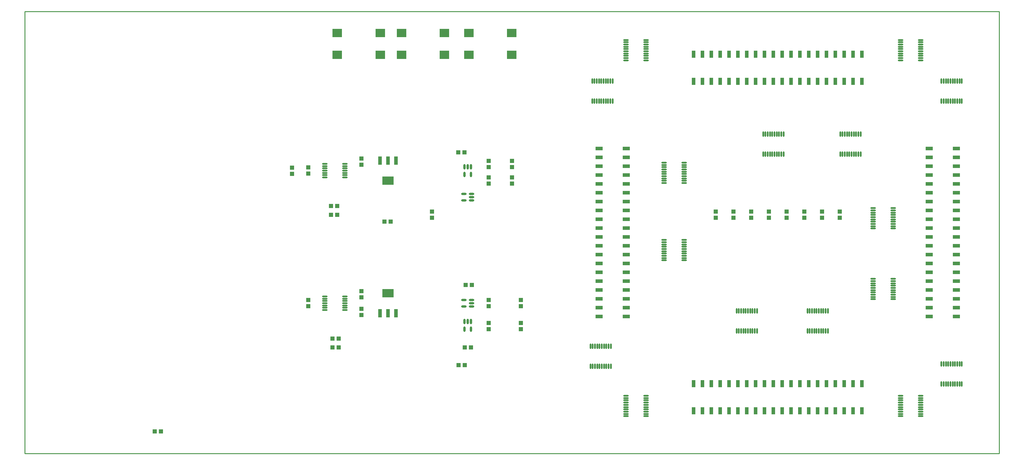
<source format=gtp>
G04 Layer_Color=8421504*
%FSLAX25Y25*%
%MOIN*%
G70*
G01*
G75*
%ADD10R,0.05000X0.05000*%
%ADD11R,0.03937X0.09449*%
%ADD12R,0.12598X0.09449*%
%ADD13O,0.02362X0.06102*%
%ADD14R,0.05000X0.05000*%
%ADD15O,0.06102X0.02362*%
%ADD16R,0.03937X0.07874*%
%ADD17R,0.07874X0.03937*%
%ADD18R,0.11024X0.09449*%
%ADD19O,0.06299X0.01772*%
%ADD20O,0.01772X0.06299*%
%ADD21O,0.06102X0.01772*%
%ADD22C,0.01000*%
D10*
X880000Y273500D02*
D03*
Y266500D02*
D03*
X860000Y273500D02*
D03*
Y266500D02*
D03*
X900000Y273500D02*
D03*
Y266500D02*
D03*
X820000Y273500D02*
D03*
Y266500D02*
D03*
X840000Y273500D02*
D03*
Y266500D02*
D03*
X920000Y273500D02*
D03*
Y266500D02*
D03*
X800000Y273500D02*
D03*
Y266500D02*
D03*
X301700Y323400D02*
D03*
Y316400D02*
D03*
X380100Y176600D02*
D03*
Y183600D02*
D03*
X560000Y173500D02*
D03*
Y166500D02*
D03*
Y147500D02*
D03*
Y140500D02*
D03*
X320000Y166500D02*
D03*
Y173500D02*
D03*
X459500Y266500D02*
D03*
Y273500D02*
D03*
X550000Y312400D02*
D03*
Y305400D02*
D03*
Y331000D02*
D03*
Y324000D02*
D03*
X523500D02*
D03*
Y331000D02*
D03*
Y305400D02*
D03*
Y312400D02*
D03*
X380000Y333500D02*
D03*
Y326500D02*
D03*
X320000Y323500D02*
D03*
Y316500D02*
D03*
X380000Y156500D02*
D03*
Y163500D02*
D03*
X780000Y273500D02*
D03*
Y266500D02*
D03*
X523500Y166500D02*
D03*
Y173500D02*
D03*
Y140500D02*
D03*
Y147500D02*
D03*
D11*
X400945Y158583D02*
D03*
X410000D02*
D03*
X419055D02*
D03*
Y331417D02*
D03*
X410000D02*
D03*
X400945D02*
D03*
D12*
X410000Y181417D02*
D03*
Y308583D02*
D03*
D13*
X496260Y140571D02*
D03*
X503740D02*
D03*
X496260Y149429D02*
D03*
X500000D02*
D03*
X503740D02*
D03*
X496260Y315571D02*
D03*
X503740D02*
D03*
X496260Y324429D02*
D03*
X500000D02*
D03*
X503740D02*
D03*
D14*
X497600Y190600D02*
D03*
X504600D02*
D03*
X496500Y120000D02*
D03*
X503500D02*
D03*
X489800Y100000D02*
D03*
X496800D02*
D03*
X347300Y120000D02*
D03*
X354300D02*
D03*
X347300Y130000D02*
D03*
X354300D02*
D03*
X412900Y262200D02*
D03*
X405900D02*
D03*
X345500Y270000D02*
D03*
X352500D02*
D03*
X345500Y280000D02*
D03*
X352500D02*
D03*
X489300Y340600D02*
D03*
X496300D02*
D03*
X153500Y25000D02*
D03*
X146500D02*
D03*
D15*
X495571Y173740D02*
D03*
Y166260D02*
D03*
X504429Y173740D02*
D03*
Y170000D02*
D03*
Y166260D02*
D03*
X495571Y293740D02*
D03*
Y286260D02*
D03*
X504429Y293740D02*
D03*
Y290000D02*
D03*
Y286260D02*
D03*
D16*
X795000Y79104D02*
D03*
X775000D02*
D03*
X765000D02*
D03*
X755000D02*
D03*
X785000D02*
D03*
X835000D02*
D03*
X805000D02*
D03*
X815000D02*
D03*
X825000D02*
D03*
X845000D02*
D03*
X885000D02*
D03*
X855000D02*
D03*
X865000D02*
D03*
X875000D02*
D03*
X895000D02*
D03*
X935000D02*
D03*
X905000D02*
D03*
X915000D02*
D03*
X925000D02*
D03*
X945000D02*
D03*
Y48396D02*
D03*
X925000D02*
D03*
X915000D02*
D03*
X905000D02*
D03*
X935000D02*
D03*
X895000D02*
D03*
X875000D02*
D03*
X865000D02*
D03*
X855000D02*
D03*
X885000D02*
D03*
X845000D02*
D03*
X825000D02*
D03*
X815000D02*
D03*
X805000D02*
D03*
X835000D02*
D03*
X785000D02*
D03*
X755000D02*
D03*
X765000D02*
D03*
X775000D02*
D03*
X795000D02*
D03*
X905000Y420896D02*
D03*
X925000D02*
D03*
X935000D02*
D03*
X945000D02*
D03*
X915000D02*
D03*
X865000D02*
D03*
X895000D02*
D03*
X885000D02*
D03*
X875000D02*
D03*
X855000D02*
D03*
X815000D02*
D03*
X845000D02*
D03*
X835000D02*
D03*
X825000D02*
D03*
X805000D02*
D03*
X765000D02*
D03*
X795000D02*
D03*
X785000D02*
D03*
X775000D02*
D03*
X755000D02*
D03*
Y451604D02*
D03*
X775000D02*
D03*
X785000D02*
D03*
X795000D02*
D03*
X765000D02*
D03*
X805000D02*
D03*
X825000D02*
D03*
X835000D02*
D03*
X845000D02*
D03*
X815000D02*
D03*
X855000D02*
D03*
X875000D02*
D03*
X885000D02*
D03*
X895000D02*
D03*
X865000D02*
D03*
X915000D02*
D03*
X945000D02*
D03*
X935000D02*
D03*
X925000D02*
D03*
X905000D02*
D03*
D17*
X679104Y305000D02*
D03*
Y325000D02*
D03*
Y335000D02*
D03*
Y345000D02*
D03*
Y315000D02*
D03*
Y265000D02*
D03*
Y295000D02*
D03*
Y285000D02*
D03*
Y275000D02*
D03*
Y255000D02*
D03*
Y215000D02*
D03*
Y245000D02*
D03*
Y235000D02*
D03*
Y225000D02*
D03*
Y205000D02*
D03*
Y165000D02*
D03*
Y195000D02*
D03*
Y185000D02*
D03*
Y175000D02*
D03*
Y155000D02*
D03*
X648396D02*
D03*
Y175000D02*
D03*
Y185000D02*
D03*
Y195000D02*
D03*
Y165000D02*
D03*
Y205000D02*
D03*
Y225000D02*
D03*
Y235000D02*
D03*
Y245000D02*
D03*
Y215000D02*
D03*
Y255000D02*
D03*
Y275000D02*
D03*
Y285000D02*
D03*
Y295000D02*
D03*
Y265000D02*
D03*
Y315000D02*
D03*
Y345000D02*
D03*
Y335000D02*
D03*
Y325000D02*
D03*
Y305000D02*
D03*
X1020896Y195000D02*
D03*
Y175000D02*
D03*
Y165000D02*
D03*
Y155000D02*
D03*
Y185000D02*
D03*
Y235000D02*
D03*
Y205000D02*
D03*
Y215000D02*
D03*
Y225000D02*
D03*
Y245000D02*
D03*
Y285000D02*
D03*
Y255000D02*
D03*
Y265000D02*
D03*
Y275000D02*
D03*
Y295000D02*
D03*
Y335000D02*
D03*
Y305000D02*
D03*
Y315000D02*
D03*
Y325000D02*
D03*
Y345000D02*
D03*
X1051604D02*
D03*
Y325000D02*
D03*
Y315000D02*
D03*
Y305000D02*
D03*
Y335000D02*
D03*
Y295000D02*
D03*
Y275000D02*
D03*
Y265000D02*
D03*
Y255000D02*
D03*
Y285000D02*
D03*
Y245000D02*
D03*
Y225000D02*
D03*
Y215000D02*
D03*
Y205000D02*
D03*
Y235000D02*
D03*
Y185000D02*
D03*
Y155000D02*
D03*
Y165000D02*
D03*
Y175000D02*
D03*
Y195000D02*
D03*
D18*
X473700Y451000D02*
D03*
Y475500D02*
D03*
X425200Y451000D02*
D03*
Y475500D02*
D03*
X401200Y451000D02*
D03*
Y475500D02*
D03*
X352700Y451000D02*
D03*
Y475500D02*
D03*
X549700Y451000D02*
D03*
Y475500D02*
D03*
X501200Y451000D02*
D03*
Y475500D02*
D03*
D19*
X988681Y467766D02*
D03*
Y465207D02*
D03*
Y462648D02*
D03*
Y460089D02*
D03*
Y457530D02*
D03*
Y454970D02*
D03*
Y452411D02*
D03*
Y449852D02*
D03*
Y447293D02*
D03*
Y444734D02*
D03*
X1011319Y467766D02*
D03*
Y465207D02*
D03*
Y462648D02*
D03*
Y460089D02*
D03*
Y457530D02*
D03*
Y454970D02*
D03*
Y452411D02*
D03*
Y449852D02*
D03*
Y447293D02*
D03*
Y444734D02*
D03*
X701319Y42234D02*
D03*
Y44793D02*
D03*
Y47352D02*
D03*
Y49911D02*
D03*
Y52470D02*
D03*
Y55030D02*
D03*
Y57589D02*
D03*
Y60148D02*
D03*
Y62707D02*
D03*
Y65266D02*
D03*
X678681Y42234D02*
D03*
Y44793D02*
D03*
Y47352D02*
D03*
Y49911D02*
D03*
Y52470D02*
D03*
Y55030D02*
D03*
Y57589D02*
D03*
Y60148D02*
D03*
Y62707D02*
D03*
Y65266D02*
D03*
X721681Y329016D02*
D03*
Y326457D02*
D03*
Y323898D02*
D03*
Y321339D02*
D03*
Y318780D02*
D03*
Y316220D02*
D03*
Y313661D02*
D03*
Y311102D02*
D03*
Y308543D02*
D03*
Y305984D02*
D03*
X744319Y329016D02*
D03*
Y326457D02*
D03*
Y323898D02*
D03*
Y321339D02*
D03*
Y318780D02*
D03*
Y316220D02*
D03*
Y313661D02*
D03*
Y311102D02*
D03*
Y308543D02*
D03*
Y305984D02*
D03*
X980319Y174484D02*
D03*
Y177043D02*
D03*
Y179602D02*
D03*
Y182161D02*
D03*
Y184720D02*
D03*
Y187280D02*
D03*
Y189839D02*
D03*
Y192398D02*
D03*
Y194957D02*
D03*
Y197516D02*
D03*
X957681Y174484D02*
D03*
Y177043D02*
D03*
Y179602D02*
D03*
Y182161D02*
D03*
Y184720D02*
D03*
Y187280D02*
D03*
Y189839D02*
D03*
Y192398D02*
D03*
Y194957D02*
D03*
Y197516D02*
D03*
X678681Y467766D02*
D03*
Y465207D02*
D03*
Y462648D02*
D03*
Y460089D02*
D03*
Y457530D02*
D03*
Y454970D02*
D03*
Y452411D02*
D03*
Y449852D02*
D03*
Y447293D02*
D03*
Y444734D02*
D03*
X701319Y467766D02*
D03*
Y465207D02*
D03*
Y462648D02*
D03*
Y460089D02*
D03*
Y457530D02*
D03*
Y454970D02*
D03*
Y452411D02*
D03*
Y449852D02*
D03*
Y447293D02*
D03*
Y444734D02*
D03*
X1011319Y42234D02*
D03*
Y44793D02*
D03*
Y47352D02*
D03*
Y49911D02*
D03*
Y52470D02*
D03*
Y55030D02*
D03*
Y57589D02*
D03*
Y60148D02*
D03*
Y62707D02*
D03*
Y65266D02*
D03*
X988681Y42234D02*
D03*
Y44793D02*
D03*
Y47352D02*
D03*
Y49911D02*
D03*
Y52470D02*
D03*
Y55030D02*
D03*
Y57589D02*
D03*
Y60148D02*
D03*
Y62707D02*
D03*
Y65266D02*
D03*
X721681Y241516D02*
D03*
Y238957D02*
D03*
Y236398D02*
D03*
Y233839D02*
D03*
Y231280D02*
D03*
Y228720D02*
D03*
Y226161D02*
D03*
Y223602D02*
D03*
Y221043D02*
D03*
Y218484D02*
D03*
X744319Y241516D02*
D03*
Y238957D02*
D03*
Y236398D02*
D03*
Y233839D02*
D03*
Y231280D02*
D03*
Y228720D02*
D03*
Y226161D02*
D03*
Y223602D02*
D03*
Y221043D02*
D03*
Y218484D02*
D03*
X980319Y254484D02*
D03*
Y257043D02*
D03*
Y259602D02*
D03*
Y262161D02*
D03*
Y264720D02*
D03*
Y267280D02*
D03*
Y269839D02*
D03*
Y272398D02*
D03*
Y274957D02*
D03*
Y277516D02*
D03*
X957681Y254484D02*
D03*
Y257043D02*
D03*
Y259602D02*
D03*
Y262161D02*
D03*
Y264720D02*
D03*
Y267280D02*
D03*
Y269839D02*
D03*
Y272398D02*
D03*
Y274957D02*
D03*
Y277516D02*
D03*
D20*
X943516Y361319D02*
D03*
X940957D02*
D03*
X938398D02*
D03*
X935839D02*
D03*
X933280D02*
D03*
X930720D02*
D03*
X928161D02*
D03*
X925602D02*
D03*
X923043D02*
D03*
X920484D02*
D03*
X943516Y338681D02*
D03*
X940957D02*
D03*
X938398D02*
D03*
X935839D02*
D03*
X933280D02*
D03*
X930720D02*
D03*
X928161D02*
D03*
X925602D02*
D03*
X923043D02*
D03*
X920484D02*
D03*
X803484Y138681D02*
D03*
X806043D02*
D03*
X808602D02*
D03*
X811161D02*
D03*
X813720D02*
D03*
X816280D02*
D03*
X818839D02*
D03*
X821398D02*
D03*
X823957D02*
D03*
X826516D02*
D03*
X803484Y161319D02*
D03*
X806043D02*
D03*
X808602D02*
D03*
X811161D02*
D03*
X813720D02*
D03*
X816280D02*
D03*
X818839D02*
D03*
X821398D02*
D03*
X823957D02*
D03*
X826516D02*
D03*
X638484Y98681D02*
D03*
X641043D02*
D03*
X643602D02*
D03*
X646161D02*
D03*
X648720D02*
D03*
X651280D02*
D03*
X653839D02*
D03*
X656398D02*
D03*
X658957D02*
D03*
X661516D02*
D03*
X638484Y121319D02*
D03*
X641043D02*
D03*
X643602D02*
D03*
X646161D02*
D03*
X648720D02*
D03*
X651280D02*
D03*
X653839D02*
D03*
X656398D02*
D03*
X658957D02*
D03*
X661516D02*
D03*
X1057766Y421319D02*
D03*
X1055207D02*
D03*
X1052648D02*
D03*
X1050089D02*
D03*
X1047530D02*
D03*
X1044970D02*
D03*
X1042411D02*
D03*
X1039852D02*
D03*
X1037293D02*
D03*
X1034734D02*
D03*
X1057766Y398681D02*
D03*
X1055207D02*
D03*
X1052648D02*
D03*
X1050089D02*
D03*
X1047530D02*
D03*
X1044970D02*
D03*
X1042411D02*
D03*
X1039852D02*
D03*
X1037293D02*
D03*
X1034734D02*
D03*
X856516Y361319D02*
D03*
X853957D02*
D03*
X851398D02*
D03*
X848839D02*
D03*
X846280D02*
D03*
X843720D02*
D03*
X841161D02*
D03*
X838602D02*
D03*
X836043D02*
D03*
X833484D02*
D03*
X856516Y338681D02*
D03*
X853957D02*
D03*
X851398D02*
D03*
X848839D02*
D03*
X846280D02*
D03*
X843720D02*
D03*
X841161D02*
D03*
X838602D02*
D03*
X836043D02*
D03*
X833484D02*
D03*
X883484Y138681D02*
D03*
X886043D02*
D03*
X888602D02*
D03*
X891161D02*
D03*
X893720D02*
D03*
X896280D02*
D03*
X898839D02*
D03*
X901398D02*
D03*
X903957D02*
D03*
X906516D02*
D03*
X883484Y161319D02*
D03*
X886043D02*
D03*
X888602D02*
D03*
X891161D02*
D03*
X893720D02*
D03*
X896280D02*
D03*
X898839D02*
D03*
X901398D02*
D03*
X903957D02*
D03*
X906516D02*
D03*
X640484Y398681D02*
D03*
X643043D02*
D03*
X645602D02*
D03*
X648161D02*
D03*
X650720D02*
D03*
X653280D02*
D03*
X655839D02*
D03*
X658398D02*
D03*
X660957D02*
D03*
X663516D02*
D03*
X640484Y421319D02*
D03*
X643043D02*
D03*
X645602D02*
D03*
X648161D02*
D03*
X650720D02*
D03*
X653280D02*
D03*
X655839D02*
D03*
X658398D02*
D03*
X660957D02*
D03*
X663516D02*
D03*
X1057766Y101319D02*
D03*
X1055207D02*
D03*
X1052648D02*
D03*
X1050089D02*
D03*
X1047530D02*
D03*
X1044970D02*
D03*
X1042411D02*
D03*
X1039852D02*
D03*
X1037293D02*
D03*
X1034734D02*
D03*
X1057766Y78681D02*
D03*
X1055207D02*
D03*
X1052648D02*
D03*
X1050089D02*
D03*
X1047530D02*
D03*
X1044970D02*
D03*
X1042411D02*
D03*
X1039852D02*
D03*
X1037293D02*
D03*
X1034734D02*
D03*
D21*
X338681Y327677D02*
D03*
Y325118D02*
D03*
Y322559D02*
D03*
Y320000D02*
D03*
Y317441D02*
D03*
Y314882D02*
D03*
Y312323D02*
D03*
X361319Y327677D02*
D03*
Y325118D02*
D03*
Y322559D02*
D03*
Y320000D02*
D03*
Y317441D02*
D03*
Y314882D02*
D03*
Y312323D02*
D03*
X338681Y177677D02*
D03*
Y175118D02*
D03*
Y172559D02*
D03*
Y170000D02*
D03*
Y167441D02*
D03*
Y164882D02*
D03*
Y162323D02*
D03*
X361319Y177677D02*
D03*
Y175118D02*
D03*
Y172559D02*
D03*
Y170000D02*
D03*
Y167441D02*
D03*
Y164882D02*
D03*
Y162323D02*
D03*
D22*
X0Y0D02*
Y500000D01*
X1100000D01*
Y0D02*
Y500000D01*
X0Y0D02*
X1100000D01*
M02*

</source>
